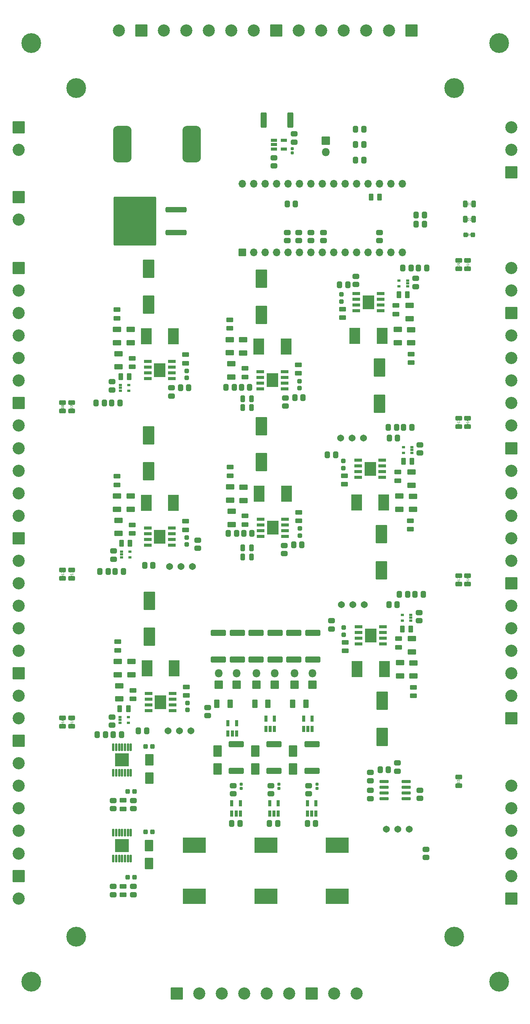
<source format=gbr>
%TF.GenerationSoftware,KiCad,Pcbnew,7.0.7*%
%TF.CreationDate,2023-09-28T18:20:59+01:00*%
%TF.ProjectId,pipcb,70697063-622e-46b6-9963-61645f706362,rev?*%
%TF.SameCoordinates,Original*%
%TF.FileFunction,Soldermask,Top*%
%TF.FilePolarity,Negative*%
%FSLAX46Y46*%
G04 Gerber Fmt 4.6, Leading zero omitted, Abs format (unit mm)*
G04 Created by KiCad (PCBNEW 7.0.7) date 2023-09-28 18:20:59*
%MOMM*%
%LPD*%
G01*
G04 APERTURE LIST*
G04 Aperture macros list*
%AMRoundRect*
0 Rectangle with rounded corners*
0 $1 Rounding radius*
0 $2 $3 $4 $5 $6 $7 $8 $9 X,Y pos of 4 corners*
0 Add a 4 corners polygon primitive as box body*
4,1,4,$2,$3,$4,$5,$6,$7,$8,$9,$2,$3,0*
0 Add four circle primitives for the rounded corners*
1,1,$1+$1,$2,$3*
1,1,$1+$1,$4,$5*
1,1,$1+$1,$6,$7*
1,1,$1+$1,$8,$9*
0 Add four rect primitives between the rounded corners*
20,1,$1+$1,$2,$3,$4,$5,0*
20,1,$1+$1,$4,$5,$6,$7,0*
20,1,$1+$1,$6,$7,$8,$9,0*
20,1,$1+$1,$8,$9,$2,$3,0*%
G04 Aperture macros list end*
%ADD10C,0.080000*%
%ADD11C,0.060000*%
%ADD12RoundRect,0.300000X-0.450000X0.262500X-0.450000X-0.262500X0.450000X-0.262500X0.450000X0.262500X0*%
%ADD13RoundRect,0.050000X1.300000X1.300000X-1.300000X1.300000X-1.300000X-1.300000X1.300000X-1.300000X0*%
%ADD14C,2.700000*%
%ADD15R,2.600000X3.100000*%
%ADD16RoundRect,0.050000X0.775000X0.300000X-0.775000X0.300000X-0.775000X-0.300000X0.775000X-0.300000X0*%
%ADD17RoundRect,0.300000X0.262500X0.450000X-0.262500X0.450000X-0.262500X-0.450000X0.262500X-0.450000X0*%
%ADD18RoundRect,0.300000X-0.650000X0.325000X-0.650000X-0.325000X0.650000X-0.325000X0.650000X0.325000X0*%
%ADD19RoundRect,0.300000X-0.262500X-0.450000X0.262500X-0.450000X0.262500X0.450000X-0.262500X0.450000X0*%
%ADD20RoundRect,0.300000X-0.475000X0.250000X-0.475000X-0.250000X0.475000X-0.250000X0.475000X0.250000X0*%
%ADD21RoundRect,0.300000X-1.000000X1.750000X-1.000000X-1.750000X1.000000X-1.750000X1.000000X1.750000X0*%
%ADD22RoundRect,0.293750X-0.456250X0.243750X-0.456250X-0.243750X0.456250X-0.243750X0.456250X0.243750X0*%
%ADD23RoundRect,0.300000X-0.650000X1.000000X-0.650000X-1.000000X0.650000X-1.000000X0.650000X1.000000X0*%
%ADD24RoundRect,0.200000X0.150000X-0.512500X0.150000X0.512500X-0.150000X0.512500X-0.150000X-0.512500X0*%
%ADD25RoundRect,0.293750X0.456250X-0.243750X0.456250X0.243750X-0.456250X0.243750X-0.456250X-0.243750X0*%
%ADD26C,1.540000*%
%ADD27RoundRect,0.050000X0.325000X0.200000X-0.325000X0.200000X-0.325000X-0.200000X0.325000X-0.200000X0*%
%ADD28RoundRect,0.293750X-0.243750X-0.456250X0.243750X-0.456250X0.243750X0.456250X-0.243750X0.456250X0*%
%ADD29RoundRect,0.275000X-0.225000X-0.250000X0.225000X-0.250000X0.225000X0.250000X-0.225000X0.250000X0*%
%ADD30RoundRect,0.275000X-0.250000X0.225000X-0.250000X-0.225000X0.250000X-0.225000X0.250000X0.225000X0*%
%ADD31RoundRect,0.300000X0.650000X-0.325000X0.650000X0.325000X-0.650000X0.325000X-0.650000X-0.325000X0*%
%ADD32C,4.400000*%
%ADD33RoundRect,0.300000X0.450000X-0.262500X0.450000X0.262500X-0.450000X0.262500X-0.450000X-0.262500X0*%
%ADD34RoundRect,0.300000X1.000000X-1.750000X1.000000X1.750000X-1.000000X1.750000X-1.000000X-1.750000X0*%
%ADD35RoundRect,0.300000X0.475000X-0.250000X0.475000X0.250000X-0.475000X0.250000X-0.475000X-0.250000X0*%
%ADD36RoundRect,0.300000X-0.250000X-0.475000X0.250000X-0.475000X0.250000X0.475000X-0.250000X0.475000X0*%
%ADD37RoundRect,0.300000X0.250000X0.475000X-0.250000X0.475000X-0.250000X-0.475000X0.250000X-0.475000X0*%
%ADD38RoundRect,0.050000X0.850000X0.850000X-0.850000X0.850000X-0.850000X-0.850000X0.850000X-0.850000X0*%
%ADD39O,1.800000X1.800000*%
%ADD40RoundRect,0.050000X-1.175000X-1.750000X1.175000X-1.750000X1.175000X1.750000X-1.175000X1.750000X0*%
%ADD41RoundRect,0.300000X-0.325000X-0.650000X0.325000X-0.650000X0.325000X0.650000X-0.325000X0.650000X0*%
%ADD42RoundRect,0.275000X0.250000X-0.225000X0.250000X0.225000X-0.250000X0.225000X-0.250000X-0.225000X0*%
%ADD43RoundRect,0.275000X0.225000X0.250000X-0.225000X0.250000X-0.225000X-0.250000X0.225000X-0.250000X0*%
%ADD44RoundRect,0.050000X1.300000X-1.300000X1.300000X1.300000X-1.300000X1.300000X-1.300000X-1.300000X0*%
%ADD45RoundRect,0.050000X-1.300000X1.300000X-1.300000X-1.300000X1.300000X-1.300000X1.300000X1.300000X0*%
%ADD46RoundRect,0.293750X0.243750X0.456250X-0.243750X0.456250X-0.243750X-0.456250X0.243750X-0.456250X0*%
%ADD47RoundRect,0.050000X1.175000X1.750000X-1.175000X1.750000X-1.175000X-1.750000X1.175000X-1.750000X0*%
%ADD48RoundRect,0.300000X-1.425000X0.362500X-1.425000X-0.362500X1.425000X-0.362500X1.425000X0.362500X0*%
%ADD49RoundRect,0.050000X-2.500000X1.650000X-2.500000X-1.650000X2.500000X-1.650000X2.500000X1.650000X0*%
%ADD50RoundRect,0.050000X-0.325000X-0.200000X0.325000X-0.200000X0.325000X0.200000X-0.325000X0.200000X0*%
%ADD51RoundRect,0.300000X2.050000X0.300000X-2.050000X0.300000X-2.050000X-0.300000X2.050000X-0.300000X0*%
%ADD52RoundRect,0.300002X4.449998X5.149998X-4.449998X5.149998X-4.449998X-5.149998X4.449998X-5.149998X0*%
%ADD53RoundRect,0.050000X-0.775000X-0.300000X0.775000X-0.300000X0.775000X0.300000X-0.775000X0.300000X0*%
%ADD54RoundRect,0.200000X0.825000X0.150000X-0.825000X0.150000X-0.825000X-0.150000X0.825000X-0.150000X0*%
%ADD55RoundRect,0.050000X-0.850000X-0.850000X0.850000X-0.850000X0.850000X0.850000X-0.850000X0.850000X0*%
%ADD56RoundRect,0.300000X1.425000X-0.362500X1.425000X0.362500X-1.425000X0.362500X-1.425000X-0.362500X0*%
%ADD57RoundRect,0.300000X0.650000X-1.000000X0.650000X1.000000X-0.650000X1.000000X-0.650000X-1.000000X0*%
%ADD58RoundRect,0.200000X-0.512500X-0.150000X0.512500X-0.150000X0.512500X0.150000X-0.512500X0.150000X0*%
%ADD59R,3.100000X3.000000*%
%ADD60RoundRect,0.150000X0.100000X-0.687500X0.100000X0.687500X-0.100000X0.687500X-0.100000X-0.687500X0*%
%ADD61RoundRect,0.050000X-1.300000X-1.300000X1.300000X-1.300000X1.300000X1.300000X-1.300000X1.300000X0*%
%ADD62RoundRect,0.190000X0.170000X-0.140000X0.170000X0.140000X-0.170000X0.140000X-0.170000X-0.140000X0*%
%ADD63RoundRect,0.300000X0.362500X1.425000X-0.362500X1.425000X-0.362500X-1.425000X0.362500X-1.425000X0*%
%ADD64RoundRect,0.268750X0.218750X0.256250X-0.218750X0.256250X-0.218750X-0.256250X0.218750X-0.256250X0*%
%ADD65RoundRect,0.190000X-0.170000X0.140000X-0.170000X-0.140000X0.170000X-0.140000X0.170000X0.140000X0*%
%ADD66RoundRect,1.050000X-1.000000X-3.000000X1.000000X-3.000000X1.000000X3.000000X-1.000000X3.000000X0*%
%ADD67RoundRect,0.050000X0.800000X-0.800000X0.800000X0.800000X-0.800000X0.800000X-0.800000X-0.800000X0*%
%ADD68O,1.700000X1.700000*%
G04 APERTURE END LIST*
D10*
X12267149Y-81607142D02*
X11767149Y-81607142D01*
X11767149Y-81607142D02*
X11767149Y-81488094D01*
X11767149Y-81488094D02*
X11790959Y-81416666D01*
X11790959Y-81416666D02*
X11838578Y-81369047D01*
X11838578Y-81369047D02*
X11886197Y-81345237D01*
X11886197Y-81345237D02*
X11981435Y-81321428D01*
X11981435Y-81321428D02*
X12052863Y-81321428D01*
X12052863Y-81321428D02*
X12148101Y-81345237D01*
X12148101Y-81345237D02*
X12195720Y-81369047D01*
X12195720Y-81369047D02*
X12243340Y-81416666D01*
X12243340Y-81416666D02*
X12267149Y-81488094D01*
X12267149Y-81488094D02*
X12267149Y-81607142D01*
X12267149Y-80845237D02*
X12267149Y-81130951D01*
X12267149Y-80988094D02*
X11767149Y-80988094D01*
X11767149Y-80988094D02*
X11838578Y-81035713D01*
X11838578Y-81035713D02*
X11886197Y-81083332D01*
X11886197Y-81083332D02*
X11910006Y-81130951D01*
X12267149Y-80369047D02*
X12267149Y-80654761D01*
X12267149Y-80511904D02*
X11767149Y-80511904D01*
X11767149Y-80511904D02*
X11838578Y-80559523D01*
X11838578Y-80559523D02*
X11886197Y-80607142D01*
X11886197Y-80607142D02*
X11910006Y-80654761D01*
X98267149Y-47857142D02*
X97767149Y-47857142D01*
X97767149Y-47857142D02*
X97767149Y-47738094D01*
X97767149Y-47738094D02*
X97790959Y-47666666D01*
X97790959Y-47666666D02*
X97838578Y-47619047D01*
X97838578Y-47619047D02*
X97886197Y-47595237D01*
X97886197Y-47595237D02*
X97981435Y-47571428D01*
X97981435Y-47571428D02*
X98052863Y-47571428D01*
X98052863Y-47571428D02*
X98148101Y-47595237D01*
X98148101Y-47595237D02*
X98195720Y-47619047D01*
X98195720Y-47619047D02*
X98243340Y-47666666D01*
X98243340Y-47666666D02*
X98267149Y-47738094D01*
X98267149Y-47738094D02*
X98267149Y-47857142D01*
X98267149Y-47095237D02*
X98267149Y-47380951D01*
X98267149Y-47238094D02*
X97767149Y-47238094D01*
X97767149Y-47238094D02*
X97838578Y-47285713D01*
X97838578Y-47285713D02*
X97886197Y-47333332D01*
X97886197Y-47333332D02*
X97910006Y-47380951D01*
X97767149Y-46928571D02*
X97767149Y-46619047D01*
X97767149Y-46619047D02*
X97957625Y-46785714D01*
X97957625Y-46785714D02*
X97957625Y-46714285D01*
X97957625Y-46714285D02*
X97981435Y-46666666D01*
X97981435Y-46666666D02*
X98005244Y-46642857D01*
X98005244Y-46642857D02*
X98052863Y-46619047D01*
X98052863Y-46619047D02*
X98171911Y-46619047D01*
X98171911Y-46619047D02*
X98219530Y-46642857D01*
X98219530Y-46642857D02*
X98243340Y-46666666D01*
X98243340Y-46666666D02*
X98267149Y-46714285D01*
X98267149Y-46714285D02*
X98267149Y-46857142D01*
X98267149Y-46857142D02*
X98243340Y-46904761D01*
X98243340Y-46904761D02*
X98219530Y-46928571D01*
X10267149Y-44181547D02*
X9767149Y-44181547D01*
X9767149Y-44181547D02*
X9767149Y-44062499D01*
X9767149Y-44062499D02*
X9790959Y-43991071D01*
X9790959Y-43991071D02*
X9838578Y-43943452D01*
X9838578Y-43943452D02*
X9886197Y-43919642D01*
X9886197Y-43919642D02*
X9981435Y-43895833D01*
X9981435Y-43895833D02*
X10052863Y-43895833D01*
X10052863Y-43895833D02*
X10148101Y-43919642D01*
X10148101Y-43919642D02*
X10195720Y-43943452D01*
X10195720Y-43943452D02*
X10243340Y-43991071D01*
X10243340Y-43991071D02*
X10267149Y-44062499D01*
X10267149Y-44062499D02*
X10267149Y-44181547D01*
X9981435Y-43610118D02*
X9957625Y-43657737D01*
X9957625Y-43657737D02*
X9933816Y-43681547D01*
X9933816Y-43681547D02*
X9886197Y-43705356D01*
X9886197Y-43705356D02*
X9862387Y-43705356D01*
X9862387Y-43705356D02*
X9814768Y-43681547D01*
X9814768Y-43681547D02*
X9790959Y-43657737D01*
X9790959Y-43657737D02*
X9767149Y-43610118D01*
X9767149Y-43610118D02*
X9767149Y-43514880D01*
X9767149Y-43514880D02*
X9790959Y-43467261D01*
X9790959Y-43467261D02*
X9814768Y-43443452D01*
X9814768Y-43443452D02*
X9862387Y-43419642D01*
X9862387Y-43419642D02*
X9886197Y-43419642D01*
X9886197Y-43419642D02*
X9933816Y-43443452D01*
X9933816Y-43443452D02*
X9957625Y-43467261D01*
X9957625Y-43467261D02*
X9981435Y-43514880D01*
X9981435Y-43514880D02*
X9981435Y-43610118D01*
X9981435Y-43610118D02*
X10005244Y-43657737D01*
X10005244Y-43657737D02*
X10029054Y-43681547D01*
X10029054Y-43681547D02*
X10076673Y-43705356D01*
X10076673Y-43705356D02*
X10171911Y-43705356D01*
X10171911Y-43705356D02*
X10219530Y-43681547D01*
X10219530Y-43681547D02*
X10243340Y-43657737D01*
X10243340Y-43657737D02*
X10267149Y-43610118D01*
X10267149Y-43610118D02*
X10267149Y-43514880D01*
X10267149Y-43514880D02*
X10243340Y-43467261D01*
X10243340Y-43467261D02*
X10219530Y-43443452D01*
X10219530Y-43443452D02*
X10171911Y-43419642D01*
X10171911Y-43419642D02*
X10076673Y-43419642D01*
X10076673Y-43419642D02*
X10029054Y-43443452D01*
X10029054Y-43443452D02*
X10005244Y-43467261D01*
X10005244Y-43467261D02*
X9981435Y-43514880D01*
X100267149Y-82857142D02*
X99767149Y-82857142D01*
X99767149Y-82857142D02*
X99767149Y-82738094D01*
X99767149Y-82738094D02*
X99790959Y-82666666D01*
X99790959Y-82666666D02*
X99838578Y-82619047D01*
X99838578Y-82619047D02*
X99886197Y-82595237D01*
X99886197Y-82595237D02*
X99981435Y-82571428D01*
X99981435Y-82571428D02*
X100052863Y-82571428D01*
X100052863Y-82571428D02*
X100148101Y-82595237D01*
X100148101Y-82595237D02*
X100195720Y-82619047D01*
X100195720Y-82619047D02*
X100243340Y-82666666D01*
X100243340Y-82666666D02*
X100267149Y-82738094D01*
X100267149Y-82738094D02*
X100267149Y-82857142D01*
X100267149Y-82095237D02*
X100267149Y-82380951D01*
X100267149Y-82238094D02*
X99767149Y-82238094D01*
X99767149Y-82238094D02*
X99838578Y-82285713D01*
X99838578Y-82285713D02*
X99886197Y-82333332D01*
X99886197Y-82333332D02*
X99910006Y-82380951D01*
X99981435Y-81809523D02*
X99957625Y-81857142D01*
X99957625Y-81857142D02*
X99933816Y-81880952D01*
X99933816Y-81880952D02*
X99886197Y-81904761D01*
X99886197Y-81904761D02*
X99862387Y-81904761D01*
X99862387Y-81904761D02*
X99814768Y-81880952D01*
X99814768Y-81880952D02*
X99790959Y-81857142D01*
X99790959Y-81857142D02*
X99767149Y-81809523D01*
X99767149Y-81809523D02*
X99767149Y-81714285D01*
X99767149Y-81714285D02*
X99790959Y-81666666D01*
X99790959Y-81666666D02*
X99814768Y-81642857D01*
X99814768Y-81642857D02*
X99862387Y-81619047D01*
X99862387Y-81619047D02*
X99886197Y-81619047D01*
X99886197Y-81619047D02*
X99933816Y-81642857D01*
X99933816Y-81642857D02*
X99957625Y-81666666D01*
X99957625Y-81666666D02*
X99981435Y-81714285D01*
X99981435Y-81714285D02*
X99981435Y-81809523D01*
X99981435Y-81809523D02*
X100005244Y-81857142D01*
X100005244Y-81857142D02*
X100029054Y-81880952D01*
X100029054Y-81880952D02*
X100076673Y-81904761D01*
X100076673Y-81904761D02*
X100171911Y-81904761D01*
X100171911Y-81904761D02*
X100219530Y-81880952D01*
X100219530Y-81880952D02*
X100243340Y-81857142D01*
X100243340Y-81857142D02*
X100267149Y-81809523D01*
X100267149Y-81809523D02*
X100267149Y-81714285D01*
X100267149Y-81714285D02*
X100243340Y-81666666D01*
X100243340Y-81666666D02*
X100219530Y-81642857D01*
X100219530Y-81642857D02*
X100171911Y-81619047D01*
X100171911Y-81619047D02*
X100076673Y-81619047D01*
X100076673Y-81619047D02*
X100029054Y-81642857D01*
X100029054Y-81642857D02*
X100005244Y-81666666D01*
X100005244Y-81666666D02*
X99981435Y-81714285D01*
X100267149Y-12857142D02*
X99767149Y-12857142D01*
X99767149Y-12857142D02*
X99767149Y-12738094D01*
X99767149Y-12738094D02*
X99790959Y-12666666D01*
X99790959Y-12666666D02*
X99838578Y-12619047D01*
X99838578Y-12619047D02*
X99886197Y-12595237D01*
X99886197Y-12595237D02*
X99981435Y-12571428D01*
X99981435Y-12571428D02*
X100052863Y-12571428D01*
X100052863Y-12571428D02*
X100148101Y-12595237D01*
X100148101Y-12595237D02*
X100195720Y-12619047D01*
X100195720Y-12619047D02*
X100243340Y-12666666D01*
X100243340Y-12666666D02*
X100267149Y-12738094D01*
X100267149Y-12738094D02*
X100267149Y-12857142D01*
X100267149Y-12095237D02*
X100267149Y-12380951D01*
X100267149Y-12238094D02*
X99767149Y-12238094D01*
X99767149Y-12238094D02*
X99838578Y-12285713D01*
X99838578Y-12285713D02*
X99886197Y-12333332D01*
X99886197Y-12333332D02*
X99910006Y-12380951D01*
X99767149Y-11785714D02*
X99767149Y-11738095D01*
X99767149Y-11738095D02*
X99790959Y-11690476D01*
X99790959Y-11690476D02*
X99814768Y-11666666D01*
X99814768Y-11666666D02*
X99862387Y-11642857D01*
X99862387Y-11642857D02*
X99957625Y-11619047D01*
X99957625Y-11619047D02*
X100076673Y-11619047D01*
X100076673Y-11619047D02*
X100171911Y-11642857D01*
X100171911Y-11642857D02*
X100219530Y-11666666D01*
X100219530Y-11666666D02*
X100243340Y-11690476D01*
X100243340Y-11690476D02*
X100267149Y-11738095D01*
X100267149Y-11738095D02*
X100267149Y-11785714D01*
X100267149Y-11785714D02*
X100243340Y-11833333D01*
X100243340Y-11833333D02*
X100219530Y-11857142D01*
X100219530Y-11857142D02*
X100171911Y-11880952D01*
X100171911Y-11880952D02*
X100076673Y-11904761D01*
X100076673Y-11904761D02*
X99957625Y-11904761D01*
X99957625Y-11904761D02*
X99862387Y-11880952D01*
X99862387Y-11880952D02*
X99814768Y-11857142D01*
X99814768Y-11857142D02*
X99790959Y-11833333D01*
X99790959Y-11833333D02*
X99767149Y-11785714D01*
X12267149Y-114419642D02*
X11767149Y-114419642D01*
X11767149Y-114419642D02*
X11767149Y-114300594D01*
X11767149Y-114300594D02*
X11790959Y-114229166D01*
X11790959Y-114229166D02*
X11838578Y-114181547D01*
X11838578Y-114181547D02*
X11886197Y-114157737D01*
X11886197Y-114157737D02*
X11981435Y-114133928D01*
X11981435Y-114133928D02*
X12052863Y-114133928D01*
X12052863Y-114133928D02*
X12148101Y-114157737D01*
X12148101Y-114157737D02*
X12195720Y-114181547D01*
X12195720Y-114181547D02*
X12243340Y-114229166D01*
X12243340Y-114229166D02*
X12267149Y-114300594D01*
X12267149Y-114300594D02*
X12267149Y-114419642D01*
X12267149Y-113657737D02*
X12267149Y-113943451D01*
X12267149Y-113800594D02*
X11767149Y-113800594D01*
X11767149Y-113800594D02*
X11838578Y-113848213D01*
X11838578Y-113848213D02*
X11886197Y-113895832D01*
X11886197Y-113895832D02*
X11910006Y-113943451D01*
X11767149Y-113205357D02*
X11767149Y-113443452D01*
X11767149Y-113443452D02*
X12005244Y-113467261D01*
X12005244Y-113467261D02*
X11981435Y-113443452D01*
X11981435Y-113443452D02*
X11957625Y-113395833D01*
X11957625Y-113395833D02*
X11957625Y-113276785D01*
X11957625Y-113276785D02*
X11981435Y-113229166D01*
X11981435Y-113229166D02*
X12005244Y-113205357D01*
X12005244Y-113205357D02*
X12052863Y-113181547D01*
X12052863Y-113181547D02*
X12171911Y-113181547D01*
X12171911Y-113181547D02*
X12219530Y-113205357D01*
X12219530Y-113205357D02*
X12243340Y-113229166D01*
X12243340Y-113229166D02*
X12267149Y-113276785D01*
X12267149Y-113276785D02*
X12267149Y-113395833D01*
X12267149Y-113395833D02*
X12243340Y-113443452D01*
X12243340Y-113443452D02*
X12219530Y-113467261D01*
X10267149Y-81607142D02*
X9767149Y-81607142D01*
X9767149Y-81607142D02*
X9767149Y-81488094D01*
X9767149Y-81488094D02*
X9790959Y-81416666D01*
X9790959Y-81416666D02*
X9838578Y-81369047D01*
X9838578Y-81369047D02*
X9886197Y-81345237D01*
X9886197Y-81345237D02*
X9981435Y-81321428D01*
X9981435Y-81321428D02*
X10052863Y-81321428D01*
X10052863Y-81321428D02*
X10148101Y-81345237D01*
X10148101Y-81345237D02*
X10195720Y-81369047D01*
X10195720Y-81369047D02*
X10243340Y-81416666D01*
X10243340Y-81416666D02*
X10267149Y-81488094D01*
X10267149Y-81488094D02*
X10267149Y-81607142D01*
X10267149Y-80845237D02*
X10267149Y-81130951D01*
X10267149Y-80988094D02*
X9767149Y-80988094D01*
X9767149Y-80988094D02*
X9838578Y-81035713D01*
X9838578Y-81035713D02*
X9886197Y-81083332D01*
X9886197Y-81083332D02*
X9910006Y-81130951D01*
X9814768Y-80654761D02*
X9790959Y-80630952D01*
X9790959Y-80630952D02*
X9767149Y-80583333D01*
X9767149Y-80583333D02*
X9767149Y-80464285D01*
X9767149Y-80464285D02*
X9790959Y-80416666D01*
X9790959Y-80416666D02*
X9814768Y-80392857D01*
X9814768Y-80392857D02*
X9862387Y-80369047D01*
X9862387Y-80369047D02*
X9910006Y-80369047D01*
X9910006Y-80369047D02*
X9981435Y-80392857D01*
X9981435Y-80392857D02*
X10267149Y-80678571D01*
X10267149Y-80678571D02*
X10267149Y-80369047D01*
X100043452Y-2393815D02*
X100043452Y-1893815D01*
X100043452Y-1893815D02*
X100162500Y-1893815D01*
X100162500Y-1893815D02*
X100233928Y-1917625D01*
X100233928Y-1917625D02*
X100281547Y-1965244D01*
X100281547Y-1965244D02*
X100305357Y-2012863D01*
X100305357Y-2012863D02*
X100329166Y-2108101D01*
X100329166Y-2108101D02*
X100329166Y-2179529D01*
X100329166Y-2179529D02*
X100305357Y-2274767D01*
X100305357Y-2274767D02*
X100281547Y-2322386D01*
X100281547Y-2322386D02*
X100233928Y-2370006D01*
X100233928Y-2370006D02*
X100162500Y-2393815D01*
X100162500Y-2393815D02*
X100043452Y-2393815D01*
X100519643Y-1941434D02*
X100543452Y-1917625D01*
X100543452Y-1917625D02*
X100591071Y-1893815D01*
X100591071Y-1893815D02*
X100710119Y-1893815D01*
X100710119Y-1893815D02*
X100757738Y-1917625D01*
X100757738Y-1917625D02*
X100781547Y-1941434D01*
X100781547Y-1941434D02*
X100805357Y-1989053D01*
X100805357Y-1989053D02*
X100805357Y-2036672D01*
X100805357Y-2036672D02*
X100781547Y-2108101D01*
X100781547Y-2108101D02*
X100495833Y-2393815D01*
X100495833Y-2393815D02*
X100805357Y-2393815D01*
X100267149Y-47857142D02*
X99767149Y-47857142D01*
X99767149Y-47857142D02*
X99767149Y-47738094D01*
X99767149Y-47738094D02*
X99790959Y-47666666D01*
X99790959Y-47666666D02*
X99838578Y-47619047D01*
X99838578Y-47619047D02*
X99886197Y-47595237D01*
X99886197Y-47595237D02*
X99981435Y-47571428D01*
X99981435Y-47571428D02*
X100052863Y-47571428D01*
X100052863Y-47571428D02*
X100148101Y-47595237D01*
X100148101Y-47595237D02*
X100195720Y-47619047D01*
X100195720Y-47619047D02*
X100243340Y-47666666D01*
X100243340Y-47666666D02*
X100267149Y-47738094D01*
X100267149Y-47738094D02*
X100267149Y-47857142D01*
X100267149Y-47095237D02*
X100267149Y-47380951D01*
X100267149Y-47238094D02*
X99767149Y-47238094D01*
X99767149Y-47238094D02*
X99838578Y-47285713D01*
X99838578Y-47285713D02*
X99886197Y-47333332D01*
X99886197Y-47333332D02*
X99910006Y-47380951D01*
X99933816Y-46666666D02*
X100267149Y-46666666D01*
X99743340Y-46785714D02*
X100100482Y-46904761D01*
X100100482Y-46904761D02*
X100100482Y-46595238D01*
X98267149Y-12619047D02*
X97767149Y-12619047D01*
X97767149Y-12619047D02*
X97767149Y-12499999D01*
X97767149Y-12499999D02*
X97790959Y-12428571D01*
X97790959Y-12428571D02*
X97838578Y-12380952D01*
X97838578Y-12380952D02*
X97886197Y-12357142D01*
X97886197Y-12357142D02*
X97981435Y-12333333D01*
X97981435Y-12333333D02*
X98052863Y-12333333D01*
X98052863Y-12333333D02*
X98148101Y-12357142D01*
X98148101Y-12357142D02*
X98195720Y-12380952D01*
X98195720Y-12380952D02*
X98243340Y-12428571D01*
X98243340Y-12428571D02*
X98267149Y-12499999D01*
X98267149Y-12499999D02*
X98267149Y-12619047D01*
X98267149Y-12095237D02*
X98267149Y-11999999D01*
X98267149Y-11999999D02*
X98243340Y-11952380D01*
X98243340Y-11952380D02*
X98219530Y-11928571D01*
X98219530Y-11928571D02*
X98148101Y-11880952D01*
X98148101Y-11880952D02*
X98052863Y-11857142D01*
X98052863Y-11857142D02*
X97862387Y-11857142D01*
X97862387Y-11857142D02*
X97814768Y-11880952D01*
X97814768Y-11880952D02*
X97790959Y-11904761D01*
X97790959Y-11904761D02*
X97767149Y-11952380D01*
X97767149Y-11952380D02*
X97767149Y-12047618D01*
X97767149Y-12047618D02*
X97790959Y-12095237D01*
X97790959Y-12095237D02*
X97814768Y-12119047D01*
X97814768Y-12119047D02*
X97862387Y-12142856D01*
X97862387Y-12142856D02*
X97981435Y-12142856D01*
X97981435Y-12142856D02*
X98029054Y-12119047D01*
X98029054Y-12119047D02*
X98052863Y-12095237D01*
X98052863Y-12095237D02*
X98076673Y-12047618D01*
X98076673Y-12047618D02*
X98076673Y-11952380D01*
X98076673Y-11952380D02*
X98052863Y-11904761D01*
X98052863Y-11904761D02*
X98029054Y-11880952D01*
X98029054Y-11880952D02*
X97981435Y-11857142D01*
X98267149Y-82857142D02*
X97767149Y-82857142D01*
X97767149Y-82857142D02*
X97767149Y-82738094D01*
X97767149Y-82738094D02*
X97790959Y-82666666D01*
X97790959Y-82666666D02*
X97838578Y-82619047D01*
X97838578Y-82619047D02*
X97886197Y-82595237D01*
X97886197Y-82595237D02*
X97981435Y-82571428D01*
X97981435Y-82571428D02*
X98052863Y-82571428D01*
X98052863Y-82571428D02*
X98148101Y-82595237D01*
X98148101Y-82595237D02*
X98195720Y-82619047D01*
X98195720Y-82619047D02*
X98243340Y-82666666D01*
X98243340Y-82666666D02*
X98267149Y-82738094D01*
X98267149Y-82738094D02*
X98267149Y-82857142D01*
X98267149Y-82095237D02*
X98267149Y-82380951D01*
X98267149Y-82238094D02*
X97767149Y-82238094D01*
X97767149Y-82238094D02*
X97838578Y-82285713D01*
X97838578Y-82285713D02*
X97886197Y-82333332D01*
X97886197Y-82333332D02*
X97910006Y-82380951D01*
X97767149Y-81928571D02*
X97767149Y-81595238D01*
X97767149Y-81595238D02*
X98267149Y-81809523D01*
X98267149Y-127369047D02*
X97767149Y-127369047D01*
X97767149Y-127369047D02*
X97767149Y-127249999D01*
X97767149Y-127249999D02*
X97790959Y-127178571D01*
X97790959Y-127178571D02*
X97838578Y-127130952D01*
X97838578Y-127130952D02*
X97886197Y-127107142D01*
X97886197Y-127107142D02*
X97981435Y-127083333D01*
X97981435Y-127083333D02*
X98052863Y-127083333D01*
X98052863Y-127083333D02*
X98148101Y-127107142D01*
X98148101Y-127107142D02*
X98195720Y-127130952D01*
X98195720Y-127130952D02*
X98243340Y-127178571D01*
X98243340Y-127178571D02*
X98267149Y-127249999D01*
X98267149Y-127249999D02*
X98267149Y-127369047D01*
X97767149Y-126916666D02*
X97767149Y-126607142D01*
X97767149Y-126607142D02*
X97957625Y-126773809D01*
X97957625Y-126773809D02*
X97957625Y-126702380D01*
X97957625Y-126702380D02*
X97981435Y-126654761D01*
X97981435Y-126654761D02*
X98005244Y-126630952D01*
X98005244Y-126630952D02*
X98052863Y-126607142D01*
X98052863Y-126607142D02*
X98171911Y-126607142D01*
X98171911Y-126607142D02*
X98219530Y-126630952D01*
X98219530Y-126630952D02*
X98243340Y-126654761D01*
X98243340Y-126654761D02*
X98267149Y-126702380D01*
X98267149Y-126702380D02*
X98267149Y-126845237D01*
X98267149Y-126845237D02*
X98243340Y-126892856D01*
X98243340Y-126892856D02*
X98219530Y-126916666D01*
X100043452Y1022850D02*
X100043452Y1522850D01*
X100043452Y1522850D02*
X100162500Y1522850D01*
X100162500Y1522850D02*
X100233928Y1499040D01*
X100233928Y1499040D02*
X100281547Y1451421D01*
X100281547Y1451421D02*
X100305357Y1403802D01*
X100305357Y1403802D02*
X100329166Y1308564D01*
X100329166Y1308564D02*
X100329166Y1237136D01*
X100329166Y1237136D02*
X100305357Y1141898D01*
X100305357Y1141898D02*
X100281547Y1094279D01*
X100281547Y1094279D02*
X100233928Y1046660D01*
X100233928Y1046660D02*
X100162500Y1022850D01*
X100162500Y1022850D02*
X100043452Y1022850D01*
X100805357Y1022850D02*
X100519643Y1022850D01*
X100662500Y1022850D02*
X100662500Y1522850D01*
X100662500Y1522850D02*
X100614881Y1451421D01*
X100614881Y1451421D02*
X100567262Y1403802D01*
X100567262Y1403802D02*
X100519643Y1379993D01*
D11*
X100117262Y-5765261D02*
X100117262Y-5365261D01*
X100117262Y-5365261D02*
X100212500Y-5365261D01*
X100212500Y-5365261D02*
X100269643Y-5384309D01*
X100269643Y-5384309D02*
X100307738Y-5422404D01*
X100307738Y-5422404D02*
X100326785Y-5460499D01*
X100326785Y-5460499D02*
X100345833Y-5536690D01*
X100345833Y-5536690D02*
X100345833Y-5593833D01*
X100345833Y-5593833D02*
X100326785Y-5670023D01*
X100326785Y-5670023D02*
X100307738Y-5708118D01*
X100307738Y-5708118D02*
X100269643Y-5746214D01*
X100269643Y-5746214D02*
X100212500Y-5765261D01*
X100212500Y-5765261D02*
X100117262Y-5765261D01*
X100688690Y-5498594D02*
X100688690Y-5765261D01*
X100593452Y-5346214D02*
X100498214Y-5631928D01*
X100498214Y-5631928D02*
X100745833Y-5631928D01*
D10*
X10267149Y-114419642D02*
X9767149Y-114419642D01*
X9767149Y-114419642D02*
X9767149Y-114300594D01*
X9767149Y-114300594D02*
X9790959Y-114229166D01*
X9790959Y-114229166D02*
X9838578Y-114181547D01*
X9838578Y-114181547D02*
X9886197Y-114157737D01*
X9886197Y-114157737D02*
X9981435Y-114133928D01*
X9981435Y-114133928D02*
X10052863Y-114133928D01*
X10052863Y-114133928D02*
X10148101Y-114157737D01*
X10148101Y-114157737D02*
X10195720Y-114181547D01*
X10195720Y-114181547D02*
X10243340Y-114229166D01*
X10243340Y-114229166D02*
X10267149Y-114300594D01*
X10267149Y-114300594D02*
X10267149Y-114419642D01*
X10267149Y-113657737D02*
X10267149Y-113943451D01*
X10267149Y-113800594D02*
X9767149Y-113800594D01*
X9767149Y-113800594D02*
X9838578Y-113848213D01*
X9838578Y-113848213D02*
X9886197Y-113895832D01*
X9886197Y-113895832D02*
X9910006Y-113943451D01*
X9767149Y-113229166D02*
X9767149Y-113324404D01*
X9767149Y-113324404D02*
X9790959Y-113372023D01*
X9790959Y-113372023D02*
X9814768Y-113395833D01*
X9814768Y-113395833D02*
X9886197Y-113443452D01*
X9886197Y-113443452D02*
X9981435Y-113467261D01*
X9981435Y-113467261D02*
X10171911Y-113467261D01*
X10171911Y-113467261D02*
X10219530Y-113443452D01*
X10219530Y-113443452D02*
X10243340Y-113419642D01*
X10243340Y-113419642D02*
X10267149Y-113372023D01*
X10267149Y-113372023D02*
X10267149Y-113276785D01*
X10267149Y-113276785D02*
X10243340Y-113229166D01*
X10243340Y-113229166D02*
X10219530Y-113205357D01*
X10219530Y-113205357D02*
X10171911Y-113181547D01*
X10171911Y-113181547D02*
X10052863Y-113181547D01*
X10052863Y-113181547D02*
X10005244Y-113205357D01*
X10005244Y-113205357D02*
X9981435Y-113229166D01*
X9981435Y-113229166D02*
X9957625Y-113276785D01*
X9957625Y-113276785D02*
X9957625Y-113372023D01*
X9957625Y-113372023D02*
X9981435Y-113419642D01*
X9981435Y-113419642D02*
X10005244Y-113443452D01*
X10005244Y-113443452D02*
X10052863Y-113467261D01*
X12267149Y-44181547D02*
X11767149Y-44181547D01*
X11767149Y-44181547D02*
X11767149Y-44062499D01*
X11767149Y-44062499D02*
X11790959Y-43991071D01*
X11790959Y-43991071D02*
X11838578Y-43943452D01*
X11838578Y-43943452D02*
X11886197Y-43919642D01*
X11886197Y-43919642D02*
X11981435Y-43895833D01*
X11981435Y-43895833D02*
X12052863Y-43895833D01*
X12052863Y-43895833D02*
X12148101Y-43919642D01*
X12148101Y-43919642D02*
X12195720Y-43943452D01*
X12195720Y-43943452D02*
X12243340Y-43991071D01*
X12243340Y-43991071D02*
X12267149Y-44062499D01*
X12267149Y-44062499D02*
X12267149Y-44181547D01*
X11767149Y-43729166D02*
X11767149Y-43395833D01*
X11767149Y-43395833D02*
X12267149Y-43610118D01*
D12*
%TO.C,R11*%
X68000000Y-5087500D03*
X68000000Y-6912500D03*
%TD*%
D13*
%TO.C,J15*%
X87540000Y39750000D03*
D14*
X82540000Y39750000D03*
X77540000Y39750000D03*
X72540000Y39750000D03*
X67540000Y39750000D03*
X62540000Y39750000D03*
%TD*%
D15*
%TO.C,U14*%
X78390000Y-57600000D03*
D16*
X81090000Y-59505000D03*
X81090000Y-58235000D03*
X81090000Y-56965000D03*
X81090000Y-55695000D03*
X75690000Y-55695000D03*
X75690000Y-56965000D03*
X75690000Y-58235000D03*
X75690000Y-59505000D03*
%TD*%
D17*
%TO.C,R44*%
X84365000Y-87750000D03*
X82540000Y-87750000D03*
%TD*%
D18*
%TO.C,C67*%
X47246250Y-61625000D03*
X47246250Y-64575000D03*
%TD*%
D19*
%TO.C,R77*%
X64427500Y-136352500D03*
X66252500Y-136352500D03*
%TD*%
D20*
%TO.C,C65*%
X62471250Y-67250000D03*
X62471250Y-69150000D03*
%TD*%
D21*
%TO.C,C45*%
X80890000Y-72125000D03*
X80890000Y-80125000D03*
%TD*%
D22*
%TO.C,D11*%
X12040000Y-80062500D03*
X12040000Y-81937500D03*
%TD*%
D23*
%TO.C,D6*%
X29265000Y-141250000D03*
X29265000Y-145250000D03*
%TD*%
D24*
%TO.C,U23*%
X63590000Y-115352500D03*
X64540000Y-115352500D03*
X65490000Y-115352500D03*
X65490000Y-113077500D03*
X63590000Y-113077500D03*
%TD*%
D25*
%TO.C,D13*%
X98040000Y-48187500D03*
X98040000Y-46312500D03*
%TD*%
D21*
%TO.C,C29*%
X80489999Y-35125000D03*
X80489999Y-43125000D03*
%TD*%
D25*
%TO.C,D8*%
X10040000Y-44750000D03*
X10040000Y-42875000D03*
%TD*%
D26*
%TO.C,RV5*%
X71960000Y-87750000D03*
X74500000Y-87750000D03*
X77040000Y-87750000D03*
%TD*%
D27*
%TO.C,U8*%
X87690000Y-54050000D03*
X87690000Y-53400000D03*
X87690000Y-52750000D03*
X85790000Y-52750000D03*
X85790000Y-54050000D03*
%TD*%
D28*
%TO.C,D21*%
X50102500Y-42000000D03*
X51977500Y-42000000D03*
%TD*%
D29*
%TO.C,C3*%
X28490000Y-119250000D03*
X30040000Y-119250000D03*
%TD*%
D12*
%TO.C,R14*%
X25765000Y-131250000D03*
X25765000Y-133075000D03*
%TD*%
D30*
%TO.C,C70*%
X62746250Y-70850000D03*
X62746250Y-72400000D03*
%TD*%
D31*
%TO.C,C63*%
X47596250Y-69950000D03*
X47596250Y-67000000D03*
%TD*%
D22*
%TO.C,D18*%
X100040000Y-81312500D03*
X100040000Y-83187500D03*
%TD*%
D32*
%TO.C,H7*%
X97040000Y27000000D03*
%TD*%
D18*
%TO.C,C75*%
X47190000Y-28875000D03*
X47190000Y-31825000D03*
%TD*%
D24*
%TO.C,U21*%
X55190000Y-115352500D03*
X56140000Y-115352500D03*
X57090000Y-115352500D03*
X57090000Y-113077500D03*
X55190000Y-113077500D03*
%TD*%
D18*
%TO.C,C39*%
X87540000Y-58300000D03*
X87540000Y-61250000D03*
%TD*%
D33*
%TO.C,R8*%
X57040000Y9675000D03*
X57040000Y11500000D03*
%TD*%
D22*
%TO.C,D10*%
X100040000Y-11312500D03*
X100040000Y-13187500D03*
%TD*%
D27*
%TO.C,U6*%
X86690000Y-17050000D03*
X86690000Y-16400000D03*
X86690000Y-15750000D03*
X84790000Y-15750000D03*
X84790000Y-17050000D03*
%TD*%
D34*
%TO.C,C37*%
X29150000Y-58125000D03*
X29150000Y-50125000D03*
%TD*%
D35*
%TO.C,C34*%
X22150000Y-61125000D03*
X22150000Y-59225000D03*
%TD*%
D20*
%TO.C,C40*%
X84540000Y-58300000D03*
X84540000Y-60200000D03*
%TD*%
D19*
%TO.C,R29*%
X61377500Y-74500000D03*
X63202500Y-74500000D03*
%TD*%
D36*
%TO.C,C10*%
X84740000Y-18900000D03*
X86640000Y-18900000D03*
%TD*%
D19*
%TO.C,R49*%
X85627500Y-13000000D03*
X87452500Y-13000000D03*
%TD*%
D37*
%TO.C,C11*%
X25040000Y-74100000D03*
X23140000Y-74100000D03*
%TD*%
D17*
%TO.C,R48*%
X19327500Y-43000000D03*
X17502500Y-43000000D03*
%TD*%
D20*
%TO.C,C33*%
X37375000Y-69250000D03*
X37375000Y-71150000D03*
%TD*%
D38*
%TO.C,JP5*%
X65540000Y-105550000D03*
D39*
X65540000Y-103010000D03*
%TD*%
D35*
%TO.C,C50*%
X22315000Y-97875000D03*
X22315000Y-95975000D03*
%TD*%
D40*
%TO.C,L6*%
X75505000Y-102100000D03*
X81555000Y-102100000D03*
%TD*%
D35*
%TO.C,C32*%
X25500000Y-71950000D03*
X25500000Y-70050000D03*
%TD*%
D41*
%TO.C,C83*%
X61140000Y-109750000D03*
X64090000Y-109750000D03*
%TD*%
D19*
%TO.C,R57*%
X84877500Y-85500000D03*
X86702500Y-85500000D03*
%TD*%
D42*
%TO.C,C46*%
X72390000Y-57400000D03*
X72390000Y-55850000D03*
%TD*%
D43*
%TO.C,C6*%
X26040000Y-148250000D03*
X24490000Y-148250000D03*
%TD*%
D44*
%TO.C,J13*%
X109790000Y8250000D03*
D14*
X109790000Y13250000D03*
X109790000Y18250000D03*
%TD*%
D37*
%TO.C,C9*%
X24840000Y-37100000D03*
X22940000Y-37100000D03*
%TD*%
D31*
%TO.C,C71*%
X47540000Y-37200000D03*
X47540000Y-34250000D03*
%TD*%
D45*
%TO.C,J14*%
X290000Y-118000000D03*
D14*
X290000Y-123000000D03*
X290000Y-128000000D03*
X290000Y-133000000D03*
X290000Y-138000000D03*
X290000Y-143000000D03*
%TD*%
D31*
%TO.C,C31*%
X22500000Y-71950000D03*
X22500000Y-69000000D03*
%TD*%
D17*
%TO.C,R54*%
X84252500Y-48400000D03*
X82427500Y-48400000D03*
%TD*%
D23*
%TO.C,D5*%
X29315000Y-122250000D03*
X29315000Y-126250000D03*
%TD*%
D22*
%TO.C,D15*%
X12040000Y-112875000D03*
X12040000Y-114750000D03*
%TD*%
D44*
%TO.C,J10*%
X109790000Y-23000000D03*
D14*
X109790000Y-18000000D03*
X109790000Y-13000000D03*
%TD*%
D17*
%TO.C,R19*%
X82440000Y-124425000D03*
X80615000Y-124425000D03*
%TD*%
D19*
%TO.C,R35*%
X28290000Y-79000000D03*
X30115000Y-79000000D03*
%TD*%
D31*
%TO.C,C47*%
X22665000Y-108700000D03*
X22665000Y-105750000D03*
%TD*%
D46*
%TO.C,D22*%
X51977500Y-44000000D03*
X50102500Y-44000000D03*
%TD*%
D18*
%TO.C,C23*%
X87140000Y-21300000D03*
X87140000Y-24250000D03*
%TD*%
D31*
%TO.C,C28*%
X84489999Y-29600000D03*
X84489999Y-26650000D03*
%TD*%
D36*
%TO.C,C14*%
X85540000Y-93150000D03*
X87440000Y-93150000D03*
%TD*%
D27*
%TO.C,U10*%
X87440000Y-91300000D03*
X87440000Y-90650000D03*
X87440000Y-90000000D03*
X85540000Y-90000000D03*
X85540000Y-91300000D03*
%TD*%
D20*
%TO.C,C17*%
X37375000Y-32250000D03*
X37375000Y-34150000D03*
%TD*%
D15*
%TO.C,U16*%
X78530000Y-94600000D03*
D16*
X81230000Y-96505000D03*
X81230000Y-95235000D03*
X81230000Y-93965000D03*
X81230000Y-92695000D03*
X75830000Y-92695000D03*
X75830000Y-93965000D03*
X75830000Y-95235000D03*
X75830000Y-96505000D03*
%TD*%
D24*
%TO.C,U20*%
X47640000Y-134127500D03*
X48590000Y-134127500D03*
X49540000Y-134127500D03*
X49540000Y-131852500D03*
X47640000Y-131852500D03*
%TD*%
D13*
%TO.C,J18*%
X27540000Y39750000D03*
D14*
X22540000Y39750000D03*
%TD*%
D47*
%TO.C,L1*%
X34675000Y-28150000D03*
X28625000Y-28150000D03*
%TD*%
D19*
%TO.C,R50*%
X89127500Y-13000000D03*
X90952500Y-13000000D03*
%TD*%
D30*
%TO.C,C78*%
X62690000Y-38100000D03*
X62690000Y-39650000D03*
%TD*%
D12*
%TO.C,R9*%
X65250000Y-5087500D03*
X65250000Y-6912500D03*
%TD*%
D20*
%TO.C,C58*%
X88030000Y-106125000D03*
X88030000Y-108025000D03*
%TD*%
D30*
%TO.C,C38*%
X37650000Y-72850000D03*
X37650000Y-74400000D03*
%TD*%
D17*
%TO.C,R18*%
X61790000Y1250000D03*
X59965000Y1250000D03*
%TD*%
D33*
%TO.C,R36*%
X21340000Y-77675000D03*
X21340000Y-75850000D03*
%TD*%
D19*
%TO.C,R51*%
X21740000Y-80400000D03*
X23565000Y-80400000D03*
%TD*%
D48*
%TO.C,R74*%
X61440000Y-93987500D03*
X61440000Y-99912500D03*
%TD*%
D20*
%TO.C,C49*%
X37540000Y-106000000D03*
X37540000Y-107900000D03*
%TD*%
D41*
%TO.C,C79*%
X44340000Y-109750000D03*
X47290000Y-109750000D03*
%TD*%
D48*
%TO.C,R69*%
X53040000Y-93987500D03*
X53040000Y-99912500D03*
%TD*%
D35*
%TO.C,C57*%
X72805000Y-98000000D03*
X72805000Y-96100000D03*
%TD*%
D49*
%TO.C,L10*%
X55190000Y-141200000D03*
X55190000Y-152500000D03*
%TD*%
D31*
%TO.C,C59*%
X88030000Y-103625000D03*
X88030000Y-100675000D03*
%TD*%
D20*
%TO.C,C7*%
X23515000Y-131212500D03*
X23515000Y-133112500D03*
%TD*%
D34*
%TO.C,C77*%
X54190000Y-23375000D03*
X54190000Y-15375000D03*
%TD*%
D50*
%TO.C,U5*%
X22890000Y-38950000D03*
X22890000Y-39600000D03*
X22890000Y-40250000D03*
X24790000Y-40250000D03*
X24790000Y-38950000D03*
%TD*%
D35*
%TO.C,C66*%
X47246250Y-59125000D03*
X47246250Y-57225000D03*
%TD*%
D26*
%TO.C,RV3*%
X71790000Y-50750000D03*
X74330000Y-50750000D03*
X76870000Y-50750000D03*
%TD*%
D51*
%TO.C,Q1*%
X35290000Y-5140000D03*
D52*
X26140000Y-2600000D03*
D51*
X35290000Y-60000D03*
%TD*%
D33*
%TO.C,R43*%
X42290000Y-112412500D03*
X42290000Y-110587500D03*
%TD*%
D15*
%TO.C,U13*%
X31650000Y-72650000D03*
D53*
X28950000Y-70745000D03*
X28950000Y-72015000D03*
X28950000Y-73285000D03*
X28950000Y-74555000D03*
X34350000Y-74555000D03*
X34350000Y-73285000D03*
X34350000Y-72015000D03*
X34350000Y-70745000D03*
%TD*%
D25*
%TO.C,D12*%
X10040000Y-81937500D03*
X10040000Y-80062500D03*
%TD*%
D20*
%TO.C,C26*%
X87489999Y-32125000D03*
X87489999Y-34025000D03*
%TD*%
D12*
%TO.C,R15*%
X25765000Y-150337500D03*
X25765000Y-152162500D03*
%TD*%
D31*
%TO.C,C27*%
X87490000Y-29625000D03*
X87490000Y-26675000D03*
%TD*%
D18*
%TO.C,C35*%
X22150000Y-63625000D03*
X22150000Y-66575000D03*
%TD*%
D45*
%TO.C,J2*%
X290000Y-13000000D03*
D14*
X290000Y-18000000D03*
X290000Y-23000000D03*
X290000Y-28000000D03*
X290000Y-33000000D03*
X290000Y-38000000D03*
%TD*%
D46*
%TO.C,D2*%
X101350000Y-2166666D03*
X99475000Y-2166666D03*
%TD*%
D33*
%TO.C,R25*%
X34250000Y-41412500D03*
X34250000Y-39587500D03*
%TD*%
D32*
%TO.C,H5*%
X13040000Y-161500000D03*
%TD*%
D54*
%TO.C,U4*%
X86415000Y-130830000D03*
X86415000Y-129560000D03*
X86415000Y-128290000D03*
X86415000Y-127020000D03*
X81465000Y-127020000D03*
X81465000Y-128290000D03*
X81465000Y-129560000D03*
X81465000Y-130830000D03*
%TD*%
D44*
%TO.C,J12*%
X109790000Y-153000000D03*
D14*
X109790000Y-148000000D03*
X109790000Y-143000000D03*
X109790000Y-138000000D03*
X109790000Y-133000000D03*
X109790000Y-128000000D03*
%TD*%
D49*
%TO.C,L11*%
X71040000Y-141200000D03*
X71040000Y-152500000D03*
%TD*%
D44*
%TO.C,J1*%
X109790000Y-113000000D03*
D14*
X109790000Y-108000000D03*
X109790000Y-103000000D03*
X109790000Y-98000000D03*
X109790000Y-93000000D03*
X109790000Y-88000000D03*
%TD*%
D32*
%TO.C,H3*%
X3040000Y-171500000D03*
%TD*%
D12*
%TO.C,R30*%
X75250000Y-14837500D03*
X75250000Y-16662500D03*
%TD*%
%TO.C,R45*%
X89240000Y-89487500D03*
X89240000Y-91312500D03*
%TD*%
D17*
%TO.C,R55*%
X19565000Y-116600000D03*
X17740000Y-116600000D03*
%TD*%
D33*
%TO.C,R2*%
X61490000Y14990000D03*
X61490000Y16815000D03*
%TD*%
D20*
%TO.C,C42*%
X87290000Y-69125000D03*
X87290000Y-71025000D03*
%TD*%
D55*
%TO.C,J9*%
X68540000Y15275000D03*
D39*
X68540000Y12735000D03*
%TD*%
D17*
%TO.C,R31*%
X73412500Y-16750000D03*
X71587500Y-16750000D03*
%TD*%
D31*
%TO.C,C44*%
X84890000Y-66600000D03*
X84890000Y-63650000D03*
%TD*%
D17*
%TO.C,R38*%
X84452500Y-50750000D03*
X82627500Y-50750000D03*
%TD*%
D33*
%TO.C,R76*%
X64740000Y-129777500D03*
X64740000Y-127952500D03*
%TD*%
D18*
%TO.C,C19*%
X22150000Y-26625000D03*
X22150000Y-29575000D03*
%TD*%
D56*
%TO.C,R65*%
X48640000Y-124665000D03*
X48640000Y-118740000D03*
%TD*%
D33*
%TO.C,R27*%
X21040000Y-40075000D03*
X21040000Y-38250000D03*
%TD*%
%TO.C,R33*%
X59540000Y-43662500D03*
X59540000Y-41837500D03*
%TD*%
D49*
%TO.C,L9*%
X39340000Y-141200000D03*
X39340000Y-152500000D03*
%TD*%
D33*
%TO.C,R21*%
X89440000Y-130800000D03*
X89440000Y-128975000D03*
%TD*%
D38*
%TO.C,JP2*%
X44740000Y-105550000D03*
D39*
X44740000Y-103010000D03*
%TD*%
D56*
%TO.C,R70*%
X57040000Y-124665000D03*
X57040000Y-118740000D03*
%TD*%
D28*
%TO.C,D19*%
X50102500Y-75150000D03*
X51977500Y-75150000D03*
%TD*%
D35*
%TO.C,C18*%
X22150000Y-24125000D03*
X22150000Y-22225000D03*
%TD*%
D47*
%TO.C,L3*%
X34675000Y-65150000D03*
X28625000Y-65150000D03*
%TD*%
D45*
%TO.C,J5*%
X290000Y-43000000D03*
D14*
X290000Y-48000000D03*
X290000Y-53000000D03*
X290000Y-58000000D03*
X290000Y-63000000D03*
X290000Y-68000000D03*
%TD*%
D48*
%TO.C,R73*%
X65640000Y-93987500D03*
X65640000Y-99912500D03*
%TD*%
D22*
%TO.C,D14*%
X100040000Y-46312500D03*
X100040000Y-48187500D03*
%TD*%
D17*
%TO.C,R59*%
X52115000Y-71900000D03*
X50290000Y-71900000D03*
%TD*%
D24*
%TO.C,U22*%
X56040000Y-134127500D03*
X56990000Y-134127500D03*
X57940000Y-134127500D03*
X57940000Y-131852500D03*
X56040000Y-131852500D03*
%TD*%
D57*
%TO.C,D23*%
X44440000Y-124265000D03*
X44440000Y-120265000D03*
%TD*%
D25*
%TO.C,D9*%
X98040000Y-13187500D03*
X98040000Y-11312500D03*
%TD*%
D41*
%TO.C,C81*%
X52740000Y-109750000D03*
X55690000Y-109750000D03*
%TD*%
D15*
%TO.C,U18*%
X56690000Y-37900000D03*
D53*
X53990000Y-35995000D03*
X53990000Y-37265000D03*
X53990000Y-38535000D03*
X53990000Y-39805000D03*
X59390000Y-39805000D03*
X59390000Y-38535000D03*
X59390000Y-37265000D03*
X59390000Y-35995000D03*
%TD*%
D56*
%TO.C,R75*%
X65440000Y-124665000D03*
X65440000Y-118740000D03*
%TD*%
D25*
%TO.C,D17*%
X98040000Y-83187500D03*
X98040000Y-81312500D03*
%TD*%
D19*
%TO.C,R26*%
X36250000Y-39587500D03*
X38075000Y-39587500D03*
%TD*%
%TO.C,R40*%
X68877500Y-54500000D03*
X70702500Y-54500000D03*
%TD*%
D15*
%TO.C,U15*%
X31815000Y-109400000D03*
D53*
X29115000Y-107495000D03*
X29115000Y-108765000D03*
X29115000Y-110035000D03*
X29115000Y-111305000D03*
X34515000Y-111305000D03*
X34515000Y-110035000D03*
X34515000Y-108765000D03*
X34515000Y-107495000D03*
%TD*%
D19*
%TO.C,R53*%
X85827500Y-48400000D03*
X87652500Y-48400000D03*
%TD*%
D48*
%TO.C,R68*%
X57240000Y-93987500D03*
X57240000Y-99912500D03*
%TD*%
D45*
%TO.C,J11*%
X290000Y-103000000D03*
D14*
X290000Y-108000000D03*
X290000Y-113000000D03*
%TD*%
D24*
%TO.C,U24*%
X64440000Y-134127500D03*
X65390000Y-134127500D03*
X66340000Y-134127500D03*
X66340000Y-131852500D03*
X64440000Y-131852500D03*
%TD*%
D12*
%TO.C,R32*%
X88540000Y-15300000D03*
X88540000Y-17125000D03*
%TD*%
D50*
%TO.C,U7*%
X23140000Y-75950000D03*
X23140000Y-76600000D03*
X23140000Y-77250000D03*
X25040000Y-77250000D03*
X25040000Y-75950000D03*
%TD*%
D47*
%TO.C,L8*%
X59715000Y-30400000D03*
X53665000Y-30400000D03*
%TD*%
D33*
%TO.C,R71*%
X56340000Y-129777500D03*
X56340000Y-127952500D03*
%TD*%
D32*
%TO.C,H1*%
X107040000Y-171500000D03*
%TD*%
D18*
%TO.C,C55*%
X87680000Y-95300000D03*
X87680000Y-98250000D03*
%TD*%
D35*
%TO.C,C41*%
X72665000Y-61000000D03*
X72665000Y-59100000D03*
%TD*%
D34*
%TO.C,C69*%
X54246250Y-56125000D03*
X54246250Y-48125000D03*
%TD*%
D58*
%TO.C,U1*%
X56977500Y15350000D03*
X56977500Y14400000D03*
X56977500Y13450000D03*
X59252500Y13450000D03*
X59252500Y15350000D03*
%TD*%
D17*
%TO.C,R52*%
X20152500Y-80350000D03*
X18327500Y-80350000D03*
%TD*%
D19*
%TO.C,R47*%
X20940000Y-43000000D03*
X22765000Y-43000000D03*
%TD*%
D35*
%TO.C,C25*%
X72265000Y-23999999D03*
X72265000Y-22099999D03*
%TD*%
D59*
%TO.C,U3*%
X23265000Y-141250000D03*
D60*
X21315000Y-144112500D03*
X21965000Y-144112500D03*
X22615000Y-144112500D03*
X23265000Y-144112500D03*
X23915000Y-144112500D03*
X24565000Y-144112500D03*
X25215000Y-144112500D03*
X25215000Y-138387500D03*
X24565000Y-138387500D03*
X23915000Y-138387500D03*
X23265000Y-138387500D03*
X22615000Y-138387500D03*
X21965000Y-138387500D03*
X21315000Y-138387500D03*
%TD*%
D38*
%TO.C,JP1*%
X48740000Y-105550000D03*
D39*
X48740000Y-103010000D03*
%TD*%
D26*
%TO.C,RV4*%
X38580000Y-115750000D03*
X36040000Y-115750000D03*
X33500000Y-115750000D03*
%TD*%
D33*
%TO.C,R20*%
X78440000Y-130837500D03*
X78440000Y-129012500D03*
%TD*%
D15*
%TO.C,U11*%
X31650000Y-35650000D03*
D53*
X28950000Y-33745000D03*
X28950000Y-35015000D03*
X28950000Y-36285000D03*
X28950000Y-37555000D03*
X34350000Y-37555000D03*
X34350000Y-36285000D03*
X34350000Y-35015000D03*
X34350000Y-33745000D03*
%TD*%
D61*
%TO.C,J19*%
X35390000Y-174120000D03*
D14*
X40390000Y-174120000D03*
X45390000Y-174120000D03*
X50390000Y-174120000D03*
X55390000Y-174120000D03*
X60390000Y-174120000D03*
%TD*%
D33*
%TO.C,R28*%
X59290000Y-76412500D03*
X59290000Y-74587500D03*
%TD*%
D50*
%TO.C,U9*%
X22790000Y-112700000D03*
X22790000Y-113350000D03*
X22790000Y-114000000D03*
X24690000Y-114000000D03*
X24690000Y-112700000D03*
%TD*%
D32*
%TO.C,H4*%
X107040000Y37000000D03*
%TD*%
D19*
%TO.C,R56*%
X21315000Y-116600000D03*
X23140000Y-116600000D03*
%TD*%
D29*
%TO.C,C4*%
X28490000Y-138250000D03*
X30040000Y-138250000D03*
%TD*%
D18*
%TO.C,C52*%
X25315000Y-100400000D03*
X25315000Y-103350000D03*
%TD*%
D26*
%TO.C,RV2*%
X38870000Y-79250000D03*
X36330000Y-79250000D03*
X33790000Y-79250000D03*
%TD*%
D20*
%TO.C,C73*%
X62415000Y-34500000D03*
X62415000Y-36400000D03*
%TD*%
D35*
%TO.C,C74*%
X47190000Y-26375000D03*
X47190000Y-24475000D03*
%TD*%
D33*
%TO.C,R17*%
X90790000Y-143912500D03*
X90790000Y-142087500D03*
%TD*%
D30*
%TO.C,C22*%
X37650000Y-35850000D03*
X37650000Y-37400000D03*
%TD*%
D15*
%TO.C,U17*%
X56746250Y-70650000D03*
D53*
X54046250Y-68745000D03*
X54046250Y-70015000D03*
X54046250Y-71285000D03*
X54046250Y-72555000D03*
X59446250Y-72555000D03*
X59446250Y-71285000D03*
X59446250Y-70015000D03*
X59446250Y-68745000D03*
%TD*%
D57*
%TO.C,D24*%
X52840000Y-124265000D03*
X52840000Y-120265000D03*
%TD*%
D17*
%TO.C,R62*%
X48202500Y-39500000D03*
X46377500Y-39500000D03*
%TD*%
D19*
%TO.C,R72*%
X56027500Y-136352500D03*
X57852500Y-136352500D03*
%TD*%
D48*
%TO.C,R63*%
X48840000Y-93987500D03*
X48840000Y-99912500D03*
%TD*%
D24*
%TO.C,U19*%
X46790000Y-116400000D03*
X47740000Y-116400000D03*
X48690000Y-116400000D03*
X48690000Y-114125000D03*
X46790000Y-114125000D03*
%TD*%
D20*
%TO.C,C24*%
X84140000Y-21300000D03*
X84140000Y-23200000D03*
%TD*%
D45*
%TO.C,J16*%
X290000Y-148000000D03*
D14*
X290000Y-153000000D03*
%TD*%
D17*
%TO.C,R60*%
X48702500Y-71900000D03*
X46877500Y-71900000D03*
%TD*%
D12*
%TO.C,R12*%
X21265000Y-131250000D03*
X21265000Y-133075000D03*
%TD*%
D34*
%TO.C,C21*%
X29150000Y-21125000D03*
X29150000Y-13125000D03*
%TD*%
D18*
%TO.C,C76*%
X50190000Y-28900000D03*
X50190000Y-31850000D03*
%TD*%
D25*
%TO.C,D3*%
X98040000Y-127937500D03*
X98040000Y-126062500D03*
%TD*%
D61*
%TO.C,J20*%
X65390000Y-174120000D03*
D14*
X70390000Y-174120000D03*
X75390000Y-174120000D03*
%TD*%
D32*
%TO.C,H8*%
X13040000Y27000000D03*
%TD*%
D17*
%TO.C,R5*%
X76992500Y14416668D03*
X75167500Y14416668D03*
%TD*%
D31*
%TO.C,C43*%
X87890000Y-66625000D03*
X87890000Y-63675000D03*
%TD*%
D20*
%TO.C,C8*%
X23515000Y-150300000D03*
X23515000Y-152200000D03*
%TD*%
D15*
%TO.C,U12*%
X77990000Y-20600000D03*
D16*
X80690000Y-22505000D03*
X80690000Y-21235000D03*
X80690000Y-19965000D03*
X80690000Y-18695000D03*
X75290000Y-18695000D03*
X75290000Y-19965000D03*
X75290000Y-21235000D03*
X75290000Y-22505000D03*
%TD*%
D32*
%TO.C,H6*%
X97040000Y-161500000D03*
%TD*%
D62*
%TO.C,C82*%
X58140000Y-128552500D03*
X58140000Y-127592500D03*
%TD*%
%TO.C,C84*%
X66540000Y-128552500D03*
X66540000Y-127592500D03*
%TD*%
D63*
%TO.C,R1*%
X60627500Y19840000D03*
X54702500Y19840000D03*
%TD*%
D46*
%TO.C,D1*%
X101350000Y1250000D03*
X99475000Y1250000D03*
%TD*%
D64*
%TO.C,D4*%
X101200000Y-5583334D03*
X99625000Y-5583334D03*
%TD*%
D59*
%TO.C,U2*%
X23265000Y-122250000D03*
D60*
X21315000Y-125112500D03*
X21965000Y-125112500D03*
X22615000Y-125112500D03*
X23265000Y-125112500D03*
X23915000Y-125112500D03*
X24565000Y-125112500D03*
X25215000Y-125112500D03*
X25215000Y-119387500D03*
X24565000Y-119387500D03*
X23915000Y-119387500D03*
X23265000Y-119387500D03*
X22615000Y-119387500D03*
X21965000Y-119387500D03*
X21315000Y-119387500D03*
%TD*%
D33*
%TO.C,R42*%
X20990000Y-114512500D03*
X20990000Y-112687500D03*
%TD*%
D31*
%TO.C,C15*%
X22500000Y-34950000D03*
X22500000Y-32000000D03*
%TD*%
D35*
%TO.C,C64*%
X50596250Y-69950000D03*
X50596250Y-68050000D03*
%TD*%
D42*
%TO.C,C30*%
X71990000Y-20400000D03*
X71990000Y-18850000D03*
%TD*%
D12*
%TO.C,R46*%
X69790000Y-91337500D03*
X69790000Y-93162500D03*
%TD*%
D18*
%TO.C,C68*%
X50246250Y-61650000D03*
X50246250Y-64600000D03*
%TD*%
D19*
%TO.C,R23*%
X88587500Y-1250000D03*
X90412500Y-1250000D03*
%TD*%
D17*
%TO.C,R61*%
X51615000Y-39500000D03*
X49790000Y-39500000D03*
%TD*%
D47*
%TO.C,L5*%
X34840000Y-101900000D03*
X28790000Y-101900000D03*
%TD*%
D19*
%TO.C,R34*%
X61627500Y-41750000D03*
X63452500Y-41750000D03*
%TD*%
D42*
%TO.C,C62*%
X72530000Y-94400000D03*
X72530000Y-92850000D03*
%TD*%
D21*
%TO.C,C61*%
X81030000Y-109125000D03*
X81030000Y-117125000D03*
%TD*%
D18*
%TO.C,C20*%
X25150000Y-26650000D03*
X25150000Y-29600000D03*
%TD*%
D47*
%TO.C,L7*%
X59771250Y-63150000D03*
X53721250Y-63150000D03*
%TD*%
D31*
%TO.C,C60*%
X85030000Y-103600000D03*
X85030000Y-100650000D03*
%TD*%
D17*
%TO.C,R24*%
X90412500Y-3250000D03*
X88587500Y-3250000D03*
%TD*%
D36*
%TO.C,C12*%
X85790000Y-55900000D03*
X87690000Y-55900000D03*
%TD*%
D33*
%TO.C,R22*%
X78440000Y-126837500D03*
X78440000Y-125012500D03*
%TD*%
D40*
%TO.C,L2*%
X74965000Y-28100000D03*
X81015000Y-28100000D03*
%TD*%
D57*
%TO.C,D25*%
X61240000Y-124265000D03*
X61240000Y-120265000D03*
%TD*%
D65*
%TO.C,C2*%
X61040000Y13500000D03*
X61040000Y12540000D03*
%TD*%
D38*
%TO.C,JP4*%
X53140000Y-105550000D03*
D39*
X53140000Y-103010000D03*
%TD*%
D35*
%TO.C,C48*%
X25665000Y-108700000D03*
X25665000Y-106800000D03*
%TD*%
D12*
%TO.C,R10*%
X80500000Y-5087500D03*
X80500000Y-6912500D03*
%TD*%
D66*
%TO.C,SW1*%
X23290000Y14500000D03*
X38690000Y14500000D03*
%TD*%
D67*
%TO.C,A1*%
X50000000Y-9500000D03*
D68*
X52540000Y-9500000D03*
X55080000Y-9500000D03*
X57620000Y-9500000D03*
X60160000Y-9500000D03*
X62700000Y-9500000D03*
X65240000Y-9500000D03*
X67780000Y-9500000D03*
X70320000Y-9500000D03*
X72860000Y-9500000D03*
X75400000Y-9500000D03*
X77940000Y-9500000D03*
X80480000Y-9500000D03*
X83020000Y-9500000D03*
X85560000Y-9500000D03*
X85560000Y5740000D03*
X83020000Y5740000D03*
X80480000Y5740000D03*
X77940000Y5740000D03*
X75400000Y5740000D03*
X72860000Y5740000D03*
X70320000Y5740000D03*
X67780000Y5740000D03*
X65240000Y5740000D03*
X62700000Y5740000D03*
X60160000Y5740000D03*
X57620000Y5740000D03*
X55080000Y5740000D03*
X52540000Y5740000D03*
X50000000Y5740000D03*
%TD*%
D45*
%TO.C,J3*%
X290000Y18250000D03*
D14*
X290000Y13250000D03*
%TD*%
D13*
%TO.C,J17*%
X57540000Y39750000D03*
D14*
X52540000Y39750000D03*
X47540000Y39750000D03*
X42540000Y39750000D03*
X37540000Y39750000D03*
X32540000Y39750000D03*
%TD*%
D35*
%TO.C,C72*%
X50540000Y-37200000D03*
X50540000Y-35300000D03*
%TD*%
D25*
%TO.C,D16*%
X10040000Y-114750000D03*
X10040000Y-112875000D03*
%TD*%
D62*
%TO.C,C80*%
X49740000Y-128552500D03*
X49740000Y-127592500D03*
%TD*%
D19*
%TO.C,R41*%
X26877500Y-115750000D03*
X28702500Y-115750000D03*
%TD*%
D37*
%TO.C,C13*%
X24640000Y-110850000D03*
X22740000Y-110850000D03*
%TD*%
D33*
%TO.C,R37*%
X40040000Y-75250000D03*
X40040000Y-73425000D03*
%TD*%
D40*
%TO.C,L4*%
X75365000Y-65100000D03*
X81415000Y-65100000D03*
%TD*%
D22*
%TO.C,D7*%
X12040000Y-42875000D03*
X12040000Y-44750000D03*
%TD*%
D18*
%TO.C,C51*%
X22315000Y-100375000D03*
X22315000Y-103325000D03*
%TD*%
D44*
%TO.C,J4*%
X109790000Y-83000000D03*
D14*
X109790000Y-78000000D03*
X109790000Y-73000000D03*
X109790000Y-68000000D03*
X109790000Y-63000000D03*
X109790000Y-58000000D03*
%TD*%
D45*
%TO.C,J8*%
X290000Y-73000000D03*
D14*
X290000Y-78000000D03*
X290000Y-83000000D03*
X290000Y-88000000D03*
X290000Y-93000000D03*
X290000Y-98000000D03*
%TD*%
D20*
%TO.C,C56*%
X84680000Y-95300000D03*
X84680000Y-97200000D03*
%TD*%
D44*
%TO.C,J7*%
X109790000Y-53000000D03*
D14*
X109790000Y-48000000D03*
X109790000Y-43000000D03*
X109790000Y-38000000D03*
X109790000Y-33000000D03*
X109790000Y-28000000D03*
%TD*%
D38*
%TO.C,JP3*%
X57140000Y-105550000D03*
D39*
X57140000Y-103010000D03*
%TD*%
D46*
%TO.C,D20*%
X51977500Y-77150000D03*
X50102500Y-77150000D03*
%TD*%
D34*
%TO.C,C53*%
X29315000Y-94875000D03*
X29315000Y-86875000D03*
%TD*%
D17*
%TO.C,R7*%
X76992500Y11000000D03*
X75167500Y11000000D03*
%TD*%
D35*
%TO.C,C16*%
X25500000Y-34950000D03*
X25500000Y-33050000D03*
%TD*%
D45*
%TO.C,J6*%
X290000Y2750000D03*
D14*
X290000Y-2250000D03*
%TD*%
D32*
%TO.C,H2*%
X3040000Y37000000D03*
%TD*%
D18*
%TO.C,C36*%
X25150000Y-63650000D03*
X25150000Y-66600000D03*
%TD*%
D48*
%TO.C,R64*%
X44640000Y-93987500D03*
X44640000Y-99912500D03*
%TD*%
D19*
%TO.C,R67*%
X47627500Y-136352500D03*
X49452500Y-136352500D03*
%TD*%
D43*
%TO.C,C5*%
X26040000Y-129250000D03*
X24490000Y-129250000D03*
%TD*%
D12*
%TO.C,R39*%
X89440000Y-52237500D03*
X89440000Y-54062500D03*
%TD*%
%TO.C,R3*%
X60000000Y-5087500D03*
X60000000Y-6912500D03*
%TD*%
D17*
%TO.C,R4*%
X76992500Y17833334D03*
X75167500Y17833334D03*
%TD*%
D38*
%TO.C,JP6*%
X61540000Y-105550000D03*
D39*
X61540000Y-103010000D03*
%TD*%
D12*
%TO.C,R6*%
X84440000Y-122925000D03*
X84440000Y-124750000D03*
%TD*%
%TO.C,R13*%
X21265000Y-150337500D03*
X21265000Y-152162500D03*
%TD*%
D26*
%TO.C,RV1*%
X87040000Y-137650000D03*
X84500000Y-137650000D03*
X81960000Y-137650000D03*
%TD*%
D19*
%TO.C,R58*%
X88377500Y-85500000D03*
X90202500Y-85500000D03*
%TD*%
D37*
%TO.C,C1*%
X80500000Y2750000D03*
X78600000Y2750000D03*
%TD*%
D33*
%TO.C,R66*%
X47940000Y-129777500D03*
X47940000Y-127952500D03*
%TD*%
D30*
%TO.C,C54*%
X37815000Y-109600000D03*
X37815000Y-111150000D03*
%TD*%
D12*
%TO.C,R16*%
X62500000Y-5087500D03*
X62500000Y-6912500D03*
%TD*%
M02*

</source>
